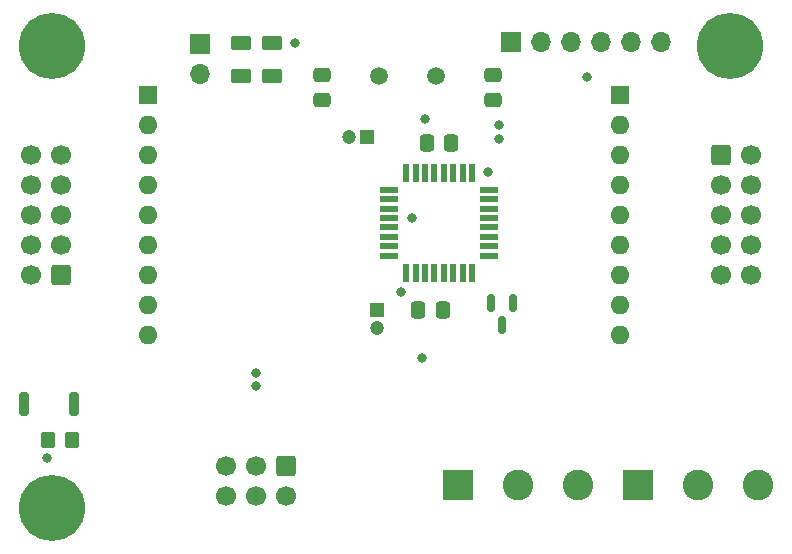
<source format=gbr>
%TF.GenerationSoftware,KiCad,Pcbnew,(6.0.11)*%
%TF.CreationDate,2023-02-12T20:23:43+01:00*%
%TF.ProjectId,ParentsHob2HoodController,50617265-6e74-4734-986f-6232486f6f64,rev?*%
%TF.SameCoordinates,Original*%
%TF.FileFunction,Soldermask,Top*%
%TF.FilePolarity,Negative*%
%FSLAX46Y46*%
G04 Gerber Fmt 4.6, Leading zero omitted, Abs format (unit mm)*
G04 Created by KiCad (PCBNEW (6.0.11)) date 2023-02-12 20:23:43*
%MOMM*%
%LPD*%
G01*
G04 APERTURE LIST*
G04 Aperture macros list*
%AMRoundRect*
0 Rectangle with rounded corners*
0 $1 Rounding radius*
0 $2 $3 $4 $5 $6 $7 $8 $9 X,Y pos of 4 corners*
0 Add a 4 corners polygon primitive as box body*
4,1,4,$2,$3,$4,$5,$6,$7,$8,$9,$2,$3,0*
0 Add four circle primitives for the rounded corners*
1,1,$1+$1,$2,$3*
1,1,$1+$1,$4,$5*
1,1,$1+$1,$6,$7*
1,1,$1+$1,$8,$9*
0 Add four rect primitives between the rounded corners*
20,1,$1+$1,$2,$3,$4,$5,0*
20,1,$1+$1,$4,$5,$6,$7,0*
20,1,$1+$1,$6,$7,$8,$9,0*
20,1,$1+$1,$8,$9,$2,$3,0*%
G04 Aperture macros list end*
%ADD10C,5.600000*%
%ADD11RoundRect,0.250000X0.475000X-0.337500X0.475000X0.337500X-0.475000X0.337500X-0.475000X-0.337500X0*%
%ADD12RoundRect,0.250000X0.625000X-0.375000X0.625000X0.375000X-0.625000X0.375000X-0.625000X-0.375000X0*%
%ADD13RoundRect,0.250000X-0.350000X-0.450000X0.350000X-0.450000X0.350000X0.450000X-0.350000X0.450000X0*%
%ADD14R,1.700000X1.700000*%
%ADD15O,1.700000X1.700000*%
%ADD16R,1.200000X1.200000*%
%ADD17C,1.200000*%
%ADD18RoundRect,0.200000X0.200000X0.800000X-0.200000X0.800000X-0.200000X-0.800000X0.200000X-0.800000X0*%
%ADD19C,1.500000*%
%ADD20RoundRect,0.250000X-0.475000X0.337500X-0.475000X-0.337500X0.475000X-0.337500X0.475000X0.337500X0*%
%ADD21RoundRect,0.250000X-0.600000X0.600000X-0.600000X-0.600000X0.600000X-0.600000X0.600000X0.600000X0*%
%ADD22C,1.700000*%
%ADD23R,1.600000X1.600000*%
%ADD24O,1.600000X1.600000*%
%ADD25RoundRect,0.150000X-0.150000X0.587500X-0.150000X-0.587500X0.150000X-0.587500X0.150000X0.587500X0*%
%ADD26RoundRect,0.250000X-0.600000X-0.600000X0.600000X-0.600000X0.600000X0.600000X-0.600000X0.600000X0*%
%ADD27RoundRect,0.250000X-0.337500X-0.475000X0.337500X-0.475000X0.337500X0.475000X-0.337500X0.475000X0*%
%ADD28R,0.550000X1.600000*%
%ADD29R,1.600000X0.550000*%
%ADD30RoundRect,0.250000X0.337500X0.475000X-0.337500X0.475000X-0.337500X-0.475000X0.337500X-0.475000X0*%
%ADD31RoundRect,0.250000X0.600000X0.600000X-0.600000X0.600000X-0.600000X-0.600000X0.600000X-0.600000X0*%
%ADD32R,2.600000X2.600000*%
%ADD33C,2.600000*%
%ADD34C,0.800000*%
G04 APERTURE END LIST*
D10*
%TO.C,H1*%
X89408000Y-22352000D03*
%TD*%
D11*
%TO.C,C4*%
X54864000Y-26945500D03*
X54864000Y-24870500D03*
%TD*%
D12*
%TO.C,D1*%
X50673000Y-24895000D03*
X50673000Y-22095000D03*
%TD*%
D13*
%TO.C,R3*%
X31689800Y-55727600D03*
X33689800Y-55727600D03*
%TD*%
D14*
%TO.C,J6*%
X44577000Y-22230000D03*
D15*
X44577000Y-24770000D03*
%TD*%
D16*
%TO.C,C6*%
X59563000Y-44743401D03*
D17*
X59563000Y-46243401D03*
%TD*%
D12*
%TO.C,R1*%
X48006000Y-24895000D03*
X48006000Y-22095000D03*
%TD*%
D18*
%TO.C,SW1*%
X33850000Y-52705000D03*
X29650000Y-52705000D03*
%TD*%
D16*
%TO.C,C7*%
X58674000Y-30099000D03*
D17*
X57174000Y-30099000D03*
%TD*%
D19*
%TO.C,Y1*%
X64553000Y-24892000D03*
X59673000Y-24892000D03*
%TD*%
D20*
%TO.C,C3*%
X69342000Y-24870500D03*
X69342000Y-26945500D03*
%TD*%
D21*
%TO.C,J1*%
X51821000Y-57921500D03*
D22*
X51821000Y-60461500D03*
X49281000Y-57921500D03*
X49281000Y-60461500D03*
X46741000Y-57921500D03*
X46741000Y-60461500D03*
%TD*%
D23*
%TO.C,RN1*%
X80137000Y-26528000D03*
D24*
X80137000Y-29068000D03*
X80137000Y-31608000D03*
X80137000Y-34148000D03*
X80137000Y-36688000D03*
X80137000Y-39228000D03*
X80137000Y-41768000D03*
X80137000Y-44308000D03*
X80137000Y-46848000D03*
%TD*%
D10*
%TO.C,H3*%
X32004000Y-61468000D03*
%TD*%
D25*
%TO.C,Q1*%
X71054000Y-44147500D03*
X69154000Y-44147500D03*
X70104000Y-46022500D03*
%TD*%
D26*
%TO.C,J3*%
X88655500Y-31623000D03*
D22*
X91195500Y-31623000D03*
X88655500Y-34163000D03*
X91195500Y-34163000D03*
X88655500Y-36703000D03*
X91195500Y-36703000D03*
X88655500Y-39243000D03*
X91195500Y-39243000D03*
X88655500Y-41783000D03*
X91195500Y-41783000D03*
%TD*%
D27*
%TO.C,C5*%
X62995900Y-44729400D03*
X65070900Y-44729400D03*
%TD*%
D28*
%TO.C,U3*%
X67586400Y-33092400D03*
X66786400Y-33092400D03*
X65986400Y-33092400D03*
X65186400Y-33092400D03*
X64386400Y-33092400D03*
X63586400Y-33092400D03*
X62786400Y-33092400D03*
X61986400Y-33092400D03*
D29*
X60536400Y-34542400D03*
X60536400Y-35342400D03*
X60536400Y-36142400D03*
X60536400Y-36942400D03*
X60536400Y-37742400D03*
X60536400Y-38542400D03*
X60536400Y-39342400D03*
X60536400Y-40142400D03*
D28*
X61986400Y-41592400D03*
X62786400Y-41592400D03*
X63586400Y-41592400D03*
X64386400Y-41592400D03*
X65186400Y-41592400D03*
X65986400Y-41592400D03*
X66786400Y-41592400D03*
X67586400Y-41592400D03*
D29*
X69036400Y-40142400D03*
X69036400Y-39342400D03*
X69036400Y-38542400D03*
X69036400Y-37742400D03*
X69036400Y-36942400D03*
X69036400Y-36142400D03*
X69036400Y-35342400D03*
X69036400Y-34542400D03*
%TD*%
D30*
%TO.C,C1*%
X65807500Y-30607000D03*
X63732500Y-30607000D03*
%TD*%
D10*
%TO.C,H2*%
X32004000Y-22352000D03*
%TD*%
D31*
%TO.C,J2*%
X32771500Y-41783000D03*
D22*
X30231500Y-41783000D03*
X32771500Y-39243000D03*
X30231500Y-39243000D03*
X32771500Y-36703000D03*
X30231500Y-36703000D03*
X32771500Y-34163000D03*
X30231500Y-34163000D03*
X32771500Y-31623000D03*
X30231500Y-31623000D03*
%TD*%
D32*
%TO.C,J5*%
X81661000Y-59563000D03*
D33*
X86741000Y-59563000D03*
X91821000Y-59563000D03*
%TD*%
D23*
%TO.C,RN2*%
X40147000Y-26528000D03*
D24*
X40147000Y-29068000D03*
X40147000Y-31608000D03*
X40147000Y-34148000D03*
X40147000Y-36688000D03*
X40147000Y-39228000D03*
X40147000Y-41768000D03*
X40147000Y-44308000D03*
X40147000Y-46848000D03*
%TD*%
D14*
%TO.C,J7*%
X70891000Y-22073000D03*
D15*
X73431000Y-22073000D03*
X75971000Y-22073000D03*
X78511000Y-22073000D03*
X81051000Y-22073000D03*
X83591000Y-22073000D03*
%TD*%
D32*
%TO.C,J4*%
X66421000Y-59563000D03*
D33*
X71501000Y-59563000D03*
X76581000Y-59563000D03*
%TD*%
D34*
X31623000Y-57277000D03*
X52578000Y-22098000D03*
X63627000Y-28575000D03*
X49276000Y-51181000D03*
X61595000Y-43180000D03*
X49276000Y-50038000D03*
X62484000Y-36957000D03*
X68961000Y-33020000D03*
X63373000Y-48768000D03*
X69850000Y-29083000D03*
X69850000Y-30226000D03*
X77343000Y-25019000D03*
M02*

</source>
